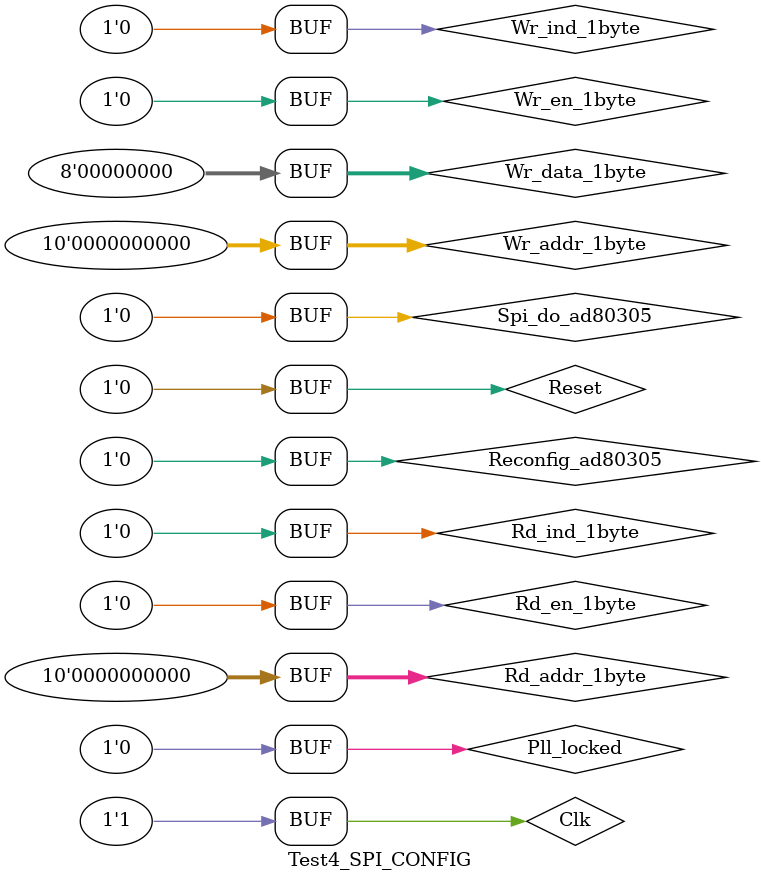
<source format=v>
`timescale 1ns / 1ps


module Test4_SPI_CONFIG(

    );
reg               Clk;                    //* 40MHz
reg               Reset;                  //* Reset
reg               Pll_locked;             //* FPGA PLL is locked or not to control the FSM to initial the registers of AD80305
reg               Reconfig_ad80305;       //* Reconfigure the ad80305 registers, High active pluse 
reg               Wr_en_1byte;            //* Enable to write one data to AD80305 when you set from outside 
reg               Rd_en_1byte;            //* Enable to read one data from AD80305 when you set from outside 
                                                   //* Be care, when you write AD80305, set the read enable to 0
                                                   //* when you read AD80305, set the write enable to 0
reg               Wr_ind_1byte;            //* Indicate to write one data to AD80305 when you set from outside 
reg               Rd_ind_1byte;            //* Indicate to read one data from AD80305 when you set from outside 
reg       [9:0]   Wr_addr_1byte;            //* Send the write address to AD80305 when you set from outside 
reg       [9:0]   Rd_addr_1byte;            //* Send the read address to AD80305 when you set from outside
                                                   //* Be care, when you write AD80305, set the read address to 0
                                                   //* when you read AD80305, set the write address to 0
reg       [7:0]   Wr_data_1byte;          //* Send the incoming data to AD80305 when you set from outside  
reg               Spi_do_ad80305;            //* Interface to AD80305
   
wire [7:0]   Rd_data_1byte;            //* Read back one data from AD80305 when you set from outside 
wire         Config_initial_done;    //* The whole initial configure operation is done
wire          Spi_clk_ad80305;        //* Interface to AD80305
wire          Spi_enb_ad80305;        //* Interface to AD80305
wire          Spi_di_ad80305;            //* Interface to AD80305
wire         Enable_ad80305;
wire         Txnrx_ad80305;
wire          En_agc_ad80305;
       
// Initail for Clk & Reset
initial begin
// Initialize Inputs
    Clk = 0;
    Reset = 0;
    Pll_locked = 0;
    Reconfig_ad80305 = 0;
    Wr_en_1byte = 0;
    Rd_en_1byte = 0;
                          
    Wr_ind_1byte = 0;
    Rd_ind_1byte = 0;
                          
    Wr_addr_1byte = 10'b0;
    Rd_addr_1byte = 10'b0;
                          
    Wr_data_1byte = 8'b0;
    Spi_do_ad80305 = 0;
                          
// Wait 100 ns for global reset to finish
    #100;
                          
    Reset = 1;
    #10 Reset = 0;
    Pll_locked = 1;
    #10 Pll_locked = 0;                     
end
               
always begin
    #1 Clk = 0;
    #1 Clk = 1;
end
               
               
AD80305_SPI_INTF_TestVersion        U_AD80305_SPI_INTF_TestVersion
(
                   .Clk(Clk),
                   .Reset(Reset),
                   .Pll_locked(Pll_locked),
                   .Reconfig_ad80305(Reconfig_ad80305),
                   .Wr_en_1byte(Wr_en_1byte),
                   .Rd_en_1byte(Rd_en_1byte),

                   .Wr_ind_1byte(Wr_ind_1byte),
                   .Rd_ind_1byte(Rd_ind_1byte),
                   .Wr_addr_1byte(Wr_addr_1byte),
                   .Rd_addr_1byte(Rd_addr_1byte),

                   .Wr_data_1byte(Wr_data_1byte),
                   .Spi_do_ad80305(Spi_do_ad80305),

                   .Rd_data_1byte(Rd_data_1byte),
                   .Config_initial_done(Config_initial_done),
                   .Spi_clk_ad80305(Spi_clk_ad80305),
                   .Spi_enb_ad80305(Spi_enb_ad80305),
                   .Spi_di_ad80305(Spi_di_ad80305),
                   .Enable_ad80305(Enable_ad80305),
                   .Txnrx_ad80305(Txnrx_ad80305),
                   .En_agc_ad80305(En_agc_ad80305)
);

endmodule

</source>
